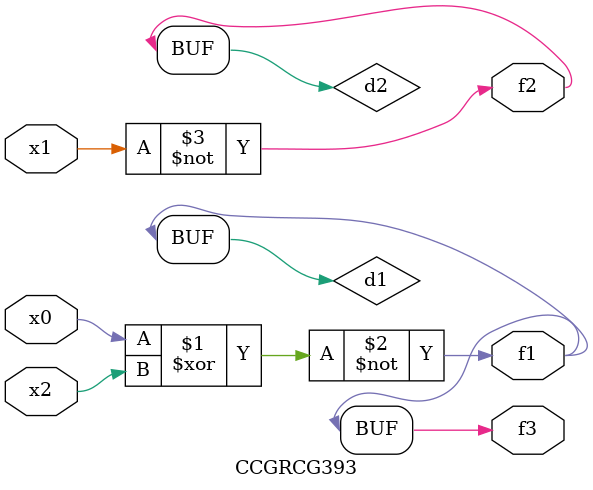
<source format=v>
module CCGRCG393(
	input x0, x1, x2,
	output f1, f2, f3
);

	wire d1, d2, d3;

	xnor (d1, x0, x2);
	nand (d2, x1);
	nor (d3, x1, x2);
	assign f1 = d1;
	assign f2 = d2;
	assign f3 = d1;
endmodule

</source>
